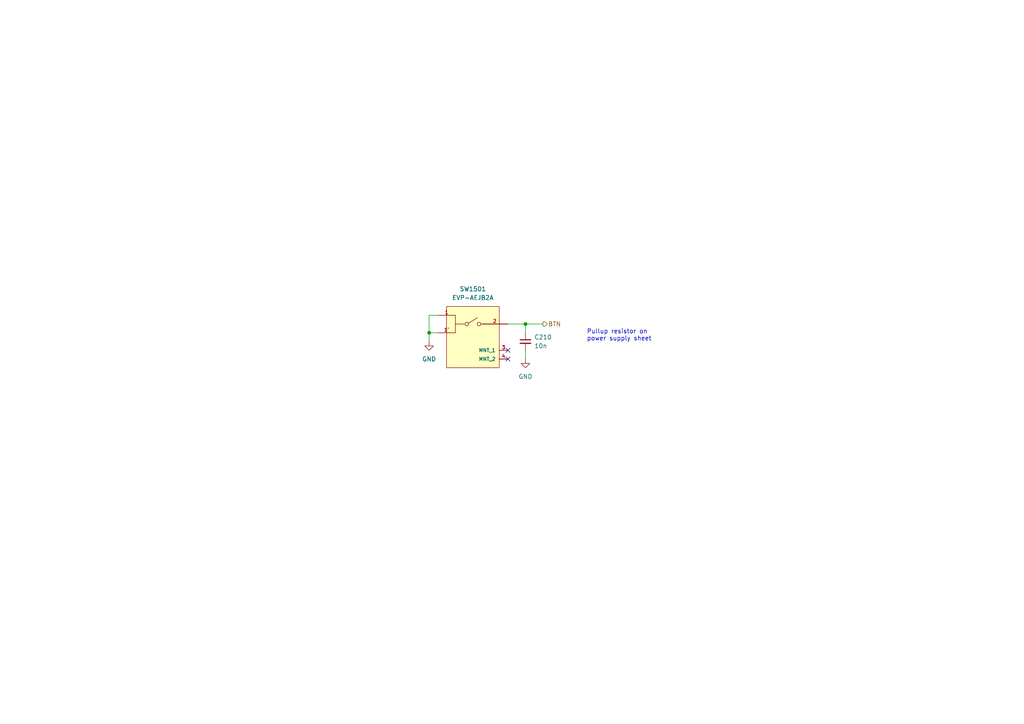
<source format=kicad_sch>
(kicad_sch (version 20230121) (generator eeschema)
  (paper "A4")
  (title_block (title "Watch Button") (date "2023-12-20") (rev "1") (comment 1 "Checked by Ben Smith on 20/12/23"))
  (lib_symbols
    (symbol "Device:C_Small" (pin_numbers hide) (pin_names (offset 0.254) hide)
      (property "Reference" "C" (at 0.254 1.778 0))
      (property "Value" "C_Small" (at 0.254 -2.032 0))
      (symbol "C_Small_0_1"
        (polyline (pts (xy -1.524 -0.508) (xy 1.524 -0.508)) (stroke (width 0.3302)))
        (polyline (pts (xy -1.524 0.508) (xy 1.524 0.508)) (stroke (width 0.3048)))
      )
      (symbol "C_Small_1_1"
        (pin passive line (at 0 2.54 270) (length 2.032) (name "~") (number "1"))
        (pin passive line (at 0 -2.54 90) (length 2.032) (name "~") (number "2"))
      )
    )
    (symbol "EVP-AEJB2A:EVP-AEJB2A" (pin_names (offset 1.016))
      (property "Reference" "SW" (at 0 7.62 0))
      (property "Value" "EVP-AEJB2A" (at 0 10.16 0))
      (symbol "EVP-AEJB2A_1_1"
        (polyline (pts (xy 7.62 -2.54) (xy 7.62 2.54)))
        (polyline (pts (xy 7.62 0) (xy 10.16 0)))
        (polyline (pts (xy 11.43 0.254) (xy 13.97 1.778)))
        (rectangle (start 5.08 5.08) (end 20.32 -12.7) (fill (type background)))
        (circle (center 10.922 0) (radius 0.508))
        (circle (center 14.478 0) (radius 0.508))
        (pin passive line (at 2.54 2.54 0) (length 5.08) (name "1") (number "1"))
        (pin passive line (at 2.54 -2.54 0) (length 5.08) (name "1'") (number "1'"))
        (pin passive line (at 22.86 0 180) (length 7.62) (name "2") (number "2"))
        (pin passive line (at 22.86 -7.62 180) (length 2.54) (name "MNT_1") (number "3"))
        (pin passive line (at 22.86 -10.16 180) (length 2.54) (name "MNT_2") (number "4"))
      )
    )
    (symbol "power:GND" (power) (pin_names (offset 0))
      (property "Value" "GND" (at 0 -3.81 0))
      (symbol "GND_0_1"
        (polyline (pts (xy 0 0) (xy 0 -1.27) (xy 1.27 -1.27) (xy 0 -2.54) (xy -1.27 -1.27) (xy 0 -1.27)))
      )
      (symbol "GND_1_1"
        (pin power_in line (at 0 0 270) (length 0) hide (name "GND") (number "1"))
      )
    )
  )
  (junction (at 152.4 93.98))
  (junction (at 124.46 96.52))
  (no_connect (at 147.32 104.14))
  (no_connect (at 147.32 101.6))
  (wire (pts (xy 152.4 93.98) (xy 152.4 96.52)))
  (wire (pts (xy 152.4 104.14) (xy 152.4 101.6)))
  (wire (pts (xy 124.46 91.44) (xy 127 91.44)))
  (wire (pts (xy 124.46 99.06) (xy 124.46 96.52)))
  (wire (pts (xy 152.4 93.98) (xy 147.32 93.98)))
  (wire (pts (xy 124.46 96.52) (xy 127 96.52)))
  (wire (pts (xy 124.46 96.52) (xy 124.46 91.44)))
  (wire (pts (xy 157.48 93.98) (xy 152.4 93.98)))
  (text "Pullup resistor on\npower supply sheet" (at 170.18 99.06 0) (effects (font (size 1.27 1.27)) (justify left bottom)))
  (hierarchical_label "BTN" (shape output) (at 157.48 93.98 0))
  (symbol (lib_id "EVP-AEJB2A:EVP-AEJB2A") (at 124.46 93.98 0) (unit 1)
    (property "Reference" "SW1501" (at 137.16 83.82 0))
    (property "Value" "EVP-AEJB2A" (at 137.16 86.36 0))
    (property "Footprint" "watch_footprints:Panasonic-EVP-AEJB2A-MFG" (effects hide))
    (property "Datasheet" "https://b2b-api.panasonic.eu/file_stream/pids/fileversion/2437" (effects hide))
    (property "automotive" "No" (effects hide))
    (property "category" "Switch" (effects hide))
    (property "contact current rating" "20mA" (effects hide))
    (property "contact resistance" "1000mΩ" (effects hide))
    (property "device class L1" "Electromechanical" (effects hide))
    (property "device class L2" "Switches" (effects hide))
    (property "device class L3" "Tactile Switches" (effects hide))
    (property "digikey description" "SWITCH TACTILE SPST-NO 0.02A 15V" (effects hide))
    (property "digikey part number" "P17697CT-ND" (effects hide))
    (property "electromechanical life" "200000Cycles" (effects hide))
    (property "height" "1mm" (effects hide))
    (property "lead free" "Yes" (effects hide))
    (property "library id" "2ebf83bacfa5cdcd" (effects hide))
    (property "manufacturer" "Panasonic" (effects hide))
    (property "mount" "Surface Mount" (effects hide))
    (property "mouser description" "Tactile Switches 4.5x2.2mm 3.5N 0.15mm Travel IP67" (effects hide))
    (property "mouser part number" "667-EVP-AEJB2A" (effects hide))
    (property "operating force" "3.5N" (effects hide))
    (property "package" "SMT_SW_4MM8_2MM6" (effects hide))
    (property "rohs" "Yes" (effects hide))
    (property "temperature range high" "+85°C" (effects hide))
    (property "temperature range low" "-40°C" (effects hide))
    (property "throw configuration" "SPST-NO" (effects hide))
    (property "voltage rating DC" "15V" (effects hide))
  )
  (symbol (lib_id "power:GND") (at 152.4 104.14 0) (unit 1)
    (property "Reference" "#PWR01502" (effects hide))
    (property "Value" "GND" (at 152.4 109.22 0))
  )
  (symbol (lib_id "power:GND") (at 124.46 99.06 0) (unit 1)
    (property "Reference" "#PWR01501" (effects hide))
    (property "Value" "GND" (at 124.46 104.14 0))
  )
  (symbol (lib_id "Device:C_Small") (at 152.4 99.06 0) (unit 1)
    (property "Reference" "C210" (at 154.94 97.7963 0) (effects (justify left)))
    (property "Value" "10n" (at 154.94 100.3363 0) (effects (justify left)))
    (property "Footprint" "Capacitor_SMD:C_0402_1005Metric" (effects hide))
    (instances (project "watch_main" (path "" (reference "C210") (unit 1)) (path "" (reference "C1501") (unit 1))))
  )
)
</source>
